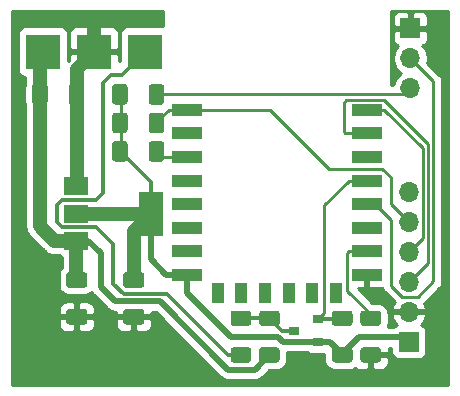
<source format=gbr>
%TF.GenerationSoftware,KiCad,Pcbnew,(5.1.9)-1*%
%TF.CreationDate,2021-10-08T16:41:08-07:00*%
%TF.ProjectId,LED-Controller-ESP-12F,4c45442d-436f-46e7-9472-6f6c6c65722d,A*%
%TF.SameCoordinates,Original*%
%TF.FileFunction,Copper,L1,Top*%
%TF.FilePolarity,Positive*%
%FSLAX46Y46*%
G04 Gerber Fmt 4.6, Leading zero omitted, Abs format (unit mm)*
G04 Created by KiCad (PCBNEW (5.1.9)-1) date 2021-10-08 16:41:08*
%MOMM*%
%LPD*%
G01*
G04 APERTURE LIST*
%TA.AperFunction,ComponentPad*%
%ADD10R,1.700000X1.700000*%
%TD*%
%TA.AperFunction,ComponentPad*%
%ADD11O,1.700000X1.700000*%
%TD*%
%TA.AperFunction,SMDPad,CuDef*%
%ADD12R,2.000000X1.500000*%
%TD*%
%TA.AperFunction,SMDPad,CuDef*%
%ADD13R,2.000000X3.800000*%
%TD*%
%TA.AperFunction,SMDPad,CuDef*%
%ADD14R,0.900000X0.800000*%
%TD*%
%TA.AperFunction,SMDPad,CuDef*%
%ADD15R,3.000000X3.000000*%
%TD*%
%TA.AperFunction,SMDPad,CuDef*%
%ADD16R,2.500000X1.000000*%
%TD*%
%TA.AperFunction,SMDPad,CuDef*%
%ADD17R,1.000000X1.800000*%
%TD*%
%TA.AperFunction,Conductor*%
%ADD18C,1.152000*%
%TD*%
%TA.AperFunction,Conductor*%
%ADD19C,0.250000*%
%TD*%
%TA.AperFunction,Conductor*%
%ADD20C,0.300387*%
%TD*%
%TA.AperFunction,Conductor*%
%ADD21C,0.500000*%
%TD*%
%TA.AperFunction,Conductor*%
%ADD22C,0.254000*%
%TD*%
%TA.AperFunction,Conductor*%
%ADD23C,0.100000*%
%TD*%
G04 APERTURE END LIST*
D10*
%TO.P,J1,1*%
%TO.N,+3V3*%
X139446000Y-128143000D03*
D11*
%TO.P,J1,2*%
%TO.N,GND*%
X139446000Y-125603000D03*
%TO.P,J1,3*%
%TO.N,/TX*%
X139446000Y-123063000D03*
%TO.P,J1,4*%
%TO.N,/RX*%
X139446000Y-120523000D03*
%TO.P,J1,5*%
%TO.N,/RTS*%
X139446000Y-117983000D03*
%TO.P,J1,6*%
%TO.N,Net-(J1-Pad6)*%
X139446000Y-115443000D03*
%TD*%
D10*
%TO.P,J2,1*%
%TO.N,GND*%
X139573000Y-101600000D03*
D11*
%TO.P,J2,2*%
%TO.N,Net-(J2-Pad2)*%
X139573000Y-104140000D03*
%TO.P,J2,3*%
%TO.N,Net-(J2-Pad3)*%
X139573000Y-106680000D03*
%TD*%
%TO.P,R7,2*%
%TO.N,Net-(J2-Pad3)*%
%TA.AperFunction,SMDPad,CuDef*%
G36*
G01*
X117420500Y-107813001D02*
X117420500Y-106562999D01*
G75*
G02*
X117670499Y-106313000I249999J0D01*
G01*
X118470501Y-106313000D01*
G75*
G02*
X118720500Y-106562999I0J-249999D01*
G01*
X118720500Y-107813001D01*
G75*
G02*
X118470501Y-108063000I-249999J0D01*
G01*
X117670499Y-108063000D01*
G75*
G02*
X117420500Y-107813001I0J249999D01*
G01*
G37*
%TD.AperFunction*%
%TO.P,R7,1*%
%TO.N,+3V3*%
%TA.AperFunction,SMDPad,CuDef*%
G36*
G01*
X114320500Y-107813001D02*
X114320500Y-106562999D01*
G75*
G02*
X114570499Y-106313000I249999J0D01*
G01*
X115370501Y-106313000D01*
G75*
G02*
X115620500Y-106562999I0J-249999D01*
G01*
X115620500Y-107813001D01*
G75*
G02*
X115370501Y-108063000I-249999J0D01*
G01*
X114570499Y-108063000D01*
G75*
G02*
X114320500Y-107813001I0J249999D01*
G01*
G37*
%TD.AperFunction*%
%TD*%
%TO.P,R6,2*%
%TO.N,GND*%
%TA.AperFunction,SMDPad,CuDef*%
G36*
G01*
X135582499Y-128598500D02*
X136832501Y-128598500D01*
G75*
G02*
X137082500Y-128848499I0J-249999D01*
G01*
X137082500Y-129648501D01*
G75*
G02*
X136832501Y-129898500I-249999J0D01*
G01*
X135582499Y-129898500D01*
G75*
G02*
X135332500Y-129648501I0J249999D01*
G01*
X135332500Y-128848499D01*
G75*
G02*
X135582499Y-128598500I249999J0D01*
G01*
G37*
%TD.AperFunction*%
%TO.P,R6,1*%
%TO.N,Net-(R6-Pad1)*%
%TA.AperFunction,SMDPad,CuDef*%
G36*
G01*
X135582499Y-125498500D02*
X136832501Y-125498500D01*
G75*
G02*
X137082500Y-125748499I0J-249999D01*
G01*
X137082500Y-126548501D01*
G75*
G02*
X136832501Y-126798500I-249999J0D01*
G01*
X135582499Y-126798500D01*
G75*
G02*
X135332500Y-126548501I0J249999D01*
G01*
X135332500Y-125748499D01*
G75*
G02*
X135582499Y-125498500I249999J0D01*
G01*
G37*
%TD.AperFunction*%
%TD*%
%TO.P,R5,2*%
%TO.N,Net-(Q1-Pad3)*%
%TA.AperFunction,SMDPad,CuDef*%
G36*
G01*
X125847001Y-126800500D02*
X124596999Y-126800500D01*
G75*
G02*
X124347000Y-126550501I0J249999D01*
G01*
X124347000Y-125750499D01*
G75*
G02*
X124596999Y-125500500I249999J0D01*
G01*
X125847001Y-125500500D01*
G75*
G02*
X126097000Y-125750499I0J-249999D01*
G01*
X126097000Y-126550501D01*
G75*
G02*
X125847001Y-126800500I-249999J0D01*
G01*
G37*
%TD.AperFunction*%
%TO.P,R5,1*%
%TO.N,Net-(R5-Pad1)*%
%TA.AperFunction,SMDPad,CuDef*%
G36*
G01*
X125847001Y-129900500D02*
X124596999Y-129900500D01*
G75*
G02*
X124347000Y-129650501I0J249999D01*
G01*
X124347000Y-128850499D01*
G75*
G02*
X124596999Y-128600500I249999J0D01*
G01*
X125847001Y-128600500D01*
G75*
G02*
X126097000Y-128850499I0J-249999D01*
G01*
X126097000Y-129650501D01*
G75*
G02*
X125847001Y-129900500I-249999J0D01*
G01*
G37*
%TD.AperFunction*%
%TD*%
%TO.P,R4,2*%
%TO.N,Net-(Q1-Pad3)*%
%TA.AperFunction,SMDPad,CuDef*%
G36*
G01*
X128260001Y-126800500D02*
X127009999Y-126800500D01*
G75*
G02*
X126760000Y-126550501I0J249999D01*
G01*
X126760000Y-125750499D01*
G75*
G02*
X127009999Y-125500500I249999J0D01*
G01*
X128260001Y-125500500D01*
G75*
G02*
X128510000Y-125750499I0J-249999D01*
G01*
X128510000Y-126550501D01*
G75*
G02*
X128260001Y-126800500I-249999J0D01*
G01*
G37*
%TD.AperFunction*%
%TO.P,R4,1*%
%TO.N,+5V*%
%TA.AperFunction,SMDPad,CuDef*%
G36*
G01*
X128260001Y-129900500D02*
X127009999Y-129900500D01*
G75*
G02*
X126760000Y-129650501I0J249999D01*
G01*
X126760000Y-128850499D01*
G75*
G02*
X127009999Y-128600500I249999J0D01*
G01*
X128260001Y-128600500D01*
G75*
G02*
X128510000Y-128850499I0J-249999D01*
G01*
X128510000Y-129650501D01*
G75*
G02*
X128260001Y-129900500I-249999J0D01*
G01*
G37*
%TD.AperFunction*%
%TD*%
%TO.P,R3,2*%
%TO.N,Net-(Q1-Pad2)*%
%TA.AperFunction,SMDPad,CuDef*%
G36*
G01*
X134419501Y-126800500D02*
X133169499Y-126800500D01*
G75*
G02*
X132919500Y-126550501I0J249999D01*
G01*
X132919500Y-125750499D01*
G75*
G02*
X133169499Y-125500500I249999J0D01*
G01*
X134419501Y-125500500D01*
G75*
G02*
X134669500Y-125750499I0J-249999D01*
G01*
X134669500Y-126550501D01*
G75*
G02*
X134419501Y-126800500I-249999J0D01*
G01*
G37*
%TD.AperFunction*%
%TO.P,R3,1*%
%TO.N,+3V3*%
%TA.AperFunction,SMDPad,CuDef*%
G36*
G01*
X134419501Y-129900500D02*
X133169499Y-129900500D01*
G75*
G02*
X132919500Y-129650501I0J249999D01*
G01*
X132919500Y-128850499D01*
G75*
G02*
X133169499Y-128600500I249999J0D01*
G01*
X134419501Y-128600500D01*
G75*
G02*
X134669500Y-128850499I0J-249999D01*
G01*
X134669500Y-129650501D01*
G75*
G02*
X134419501Y-129900500I-249999J0D01*
G01*
G37*
%TD.AperFunction*%
%TD*%
%TO.P,R2,2*%
%TO.N,/RTS*%
%TA.AperFunction,SMDPad,CuDef*%
G36*
G01*
X117420500Y-110226001D02*
X117420500Y-108975999D01*
G75*
G02*
X117670499Y-108726000I249999J0D01*
G01*
X118470501Y-108726000D01*
G75*
G02*
X118720500Y-108975999I0J-249999D01*
G01*
X118720500Y-110226001D01*
G75*
G02*
X118470501Y-110476000I-249999J0D01*
G01*
X117670499Y-110476000D01*
G75*
G02*
X117420500Y-110226001I0J249999D01*
G01*
G37*
%TD.AperFunction*%
%TO.P,R2,1*%
%TO.N,+3V3*%
%TA.AperFunction,SMDPad,CuDef*%
G36*
G01*
X114320500Y-110226001D02*
X114320500Y-108975999D01*
G75*
G02*
X114570499Y-108726000I249999J0D01*
G01*
X115370501Y-108726000D01*
G75*
G02*
X115620500Y-108975999I0J-249999D01*
G01*
X115620500Y-110226001D01*
G75*
G02*
X115370501Y-110476000I-249999J0D01*
G01*
X114570499Y-110476000D01*
G75*
G02*
X114320500Y-110226001I0J249999D01*
G01*
G37*
%TD.AperFunction*%
%TD*%
%TO.P,R1,2*%
%TO.N,Net-(R1-Pad2)*%
%TA.AperFunction,SMDPad,CuDef*%
G36*
G01*
X117420500Y-112639001D02*
X117420500Y-111388999D01*
G75*
G02*
X117670499Y-111139000I249999J0D01*
G01*
X118470501Y-111139000D01*
G75*
G02*
X118720500Y-111388999I0J-249999D01*
G01*
X118720500Y-112639001D01*
G75*
G02*
X118470501Y-112889000I-249999J0D01*
G01*
X117670499Y-112889000D01*
G75*
G02*
X117420500Y-112639001I0J249999D01*
G01*
G37*
%TD.AperFunction*%
%TO.P,R1,1*%
%TO.N,+3V3*%
%TA.AperFunction,SMDPad,CuDef*%
G36*
G01*
X114320500Y-112639001D02*
X114320500Y-111388999D01*
G75*
G02*
X114570499Y-111139000I249999J0D01*
G01*
X115370501Y-111139000D01*
G75*
G02*
X115620500Y-111388999I0J-249999D01*
G01*
X115620500Y-112639001D01*
G75*
G02*
X115370501Y-112889000I-249999J0D01*
G01*
X114570499Y-112889000D01*
G75*
G02*
X114320500Y-112639001I0J249999D01*
G01*
G37*
%TD.AperFunction*%
%TD*%
D12*
%TO.P,U1,1*%
%TO.N,GND*%
X111277000Y-114984500D03*
%TO.P,U1,3*%
%TO.N,+5V*%
X111277000Y-119584500D03*
%TO.P,U1,2*%
%TO.N,+3V3*%
X111277000Y-117284500D03*
D13*
X117577000Y-117284500D03*
%TD*%
%TO.P,C2,2*%
%TO.N,GND*%
%TA.AperFunction,SMDPad,CuDef*%
G36*
G01*
X115491498Y-125360000D02*
X116791502Y-125360000D01*
G75*
G02*
X117041500Y-125609998I0J-249998D01*
G01*
X117041500Y-126435002D01*
G75*
G02*
X116791502Y-126685000I-249998J0D01*
G01*
X115491498Y-126685000D01*
G75*
G02*
X115241500Y-126435002I0J249998D01*
G01*
X115241500Y-125609998D01*
G75*
G02*
X115491498Y-125360000I249998J0D01*
G01*
G37*
%TD.AperFunction*%
%TO.P,C2,1*%
%TO.N,+3V3*%
%TA.AperFunction,SMDPad,CuDef*%
G36*
G01*
X115491498Y-122235000D02*
X116791502Y-122235000D01*
G75*
G02*
X117041500Y-122484998I0J-249998D01*
G01*
X117041500Y-123310002D01*
G75*
G02*
X116791502Y-123560000I-249998J0D01*
G01*
X115491498Y-123560000D01*
G75*
G02*
X115241500Y-123310002I0J249998D01*
G01*
X115241500Y-122484998D01*
G75*
G02*
X115491498Y-122235000I249998J0D01*
G01*
G37*
%TD.AperFunction*%
%TD*%
%TO.P,C1,2*%
%TO.N,GND*%
%TA.AperFunction,SMDPad,CuDef*%
G36*
G01*
X110665498Y-125360000D02*
X111965502Y-125360000D01*
G75*
G02*
X112215500Y-125609998I0J-249998D01*
G01*
X112215500Y-126435002D01*
G75*
G02*
X111965502Y-126685000I-249998J0D01*
G01*
X110665498Y-126685000D01*
G75*
G02*
X110415500Y-126435002I0J249998D01*
G01*
X110415500Y-125609998D01*
G75*
G02*
X110665498Y-125360000I249998J0D01*
G01*
G37*
%TD.AperFunction*%
%TO.P,C1,1*%
%TO.N,+5V*%
%TA.AperFunction,SMDPad,CuDef*%
G36*
G01*
X110665498Y-122235000D02*
X111965502Y-122235000D01*
G75*
G02*
X112215500Y-122484998I0J-249998D01*
G01*
X112215500Y-123310002D01*
G75*
G02*
X111965502Y-123560000I-249998J0D01*
G01*
X110665498Y-123560000D01*
G75*
G02*
X110415500Y-123310002I0J249998D01*
G01*
X110415500Y-122484998D01*
G75*
G02*
X110665498Y-122235000I249998J0D01*
G01*
G37*
%TD.AperFunction*%
%TD*%
D14*
%TO.P,Q1,1*%
%TO.N,+3V3*%
X131746500Y-128140500D03*
%TO.P,Q1,2*%
%TO.N,Net-(Q1-Pad2)*%
X131746500Y-126240500D03*
%TO.P,Q1,3*%
%TO.N,Net-(Q1-Pad3)*%
X129746500Y-127190500D03*
%TD*%
D15*
%TO.P,TP1,1*%
%TO.N,+5V*%
X108458000Y-103568500D03*
%TD*%
%TO.P,TP2,1*%
%TO.N,GND*%
X112776000Y-103568500D03*
%TD*%
%TO.P,TP3,1*%
%TO.N,Net-(R5-Pad1)*%
X117094000Y-103568500D03*
%TD*%
D16*
%TO.P,U2,1*%
%TO.N,/RTS*%
X120664501Y-108483501D03*
%TO.P,U2,2*%
%TO.N,Net-(U2-Pad2)*%
X120664501Y-110483501D03*
%TO.P,U2,3*%
%TO.N,Net-(R1-Pad2)*%
X120664501Y-112483501D03*
%TO.P,U2,4*%
%TO.N,Net-(U2-Pad4)*%
X120664501Y-114483501D03*
%TO.P,U2,5*%
%TO.N,Net-(U2-Pad5)*%
X120664501Y-116483501D03*
%TO.P,U2,6*%
%TO.N,Net-(U2-Pad6)*%
X120664501Y-118483501D03*
%TO.P,U2,7*%
%TO.N,Net-(U2-Pad7)*%
X120664501Y-120483501D03*
%TO.P,U2,8*%
%TO.N,+3V3*%
X120664501Y-122483501D03*
D17*
%TO.P,U2,9*%
%TO.N,Net-(U2-Pad9)*%
X123264501Y-123983501D03*
%TO.P,U2,10*%
%TO.N,Net-(U2-Pad10)*%
X125264501Y-123983501D03*
%TO.P,U2,11*%
%TO.N,Net-(U2-Pad11)*%
X127264501Y-123983501D03*
%TO.P,U2,12*%
%TO.N,Net-(U2-Pad12)*%
X129264501Y-123983501D03*
%TO.P,U2,13*%
%TO.N,Net-(U2-Pad13)*%
X131264501Y-123983501D03*
%TO.P,U2,14*%
%TO.N,Net-(U2-Pad14)*%
X133264501Y-123983501D03*
D16*
%TO.P,U2,15*%
%TO.N,GND*%
X135864501Y-122483501D03*
%TO.P,U2,16*%
%TO.N,Net-(R6-Pad1)*%
X135864501Y-120483501D03*
%TO.P,U2,17*%
%TO.N,Net-(U2-Pad17)*%
X135864501Y-118483501D03*
%TO.P,U2,18*%
%TO.N,Net-(J2-Pad2)*%
X135864501Y-116483501D03*
%TO.P,U2,19*%
%TO.N,Net-(Q1-Pad2)*%
X135864501Y-114483501D03*
%TO.P,U2,20*%
%TO.N,Net-(U2-Pad20)*%
X135864501Y-112483501D03*
%TO.P,U2,21*%
%TO.N,/TX*%
X135864501Y-110483501D03*
%TO.P,U2,22*%
%TO.N,/RX*%
X135864501Y-108483501D03*
%TD*%
%TO.P,C3,1*%
%TO.N,+5V*%
%TA.AperFunction,SMDPad,CuDef*%
G36*
G01*
X107528000Y-107838001D02*
X107528000Y-106537999D01*
G75*
G02*
X107777999Y-106288000I249999J0D01*
G01*
X108603001Y-106288000D01*
G75*
G02*
X108853000Y-106537999I0J-249999D01*
G01*
X108853000Y-107838001D01*
G75*
G02*
X108603001Y-108088000I-249999J0D01*
G01*
X107777999Y-108088000D01*
G75*
G02*
X107528000Y-107838001I0J249999D01*
G01*
G37*
%TD.AperFunction*%
%TO.P,C3,2*%
%TO.N,GND*%
%TA.AperFunction,SMDPad,CuDef*%
G36*
G01*
X110653000Y-107838001D02*
X110653000Y-106537999D01*
G75*
G02*
X110902999Y-106288000I249999J0D01*
G01*
X111728001Y-106288000D01*
G75*
G02*
X111978000Y-106537999I0J-249999D01*
G01*
X111978000Y-107838001D01*
G75*
G02*
X111728001Y-108088000I-249999J0D01*
G01*
X110902999Y-108088000D01*
G75*
G02*
X110653000Y-107838001I0J249999D01*
G01*
G37*
%TD.AperFunction*%
%TD*%
D18*
%TO.N,GND*%
X111315500Y-105029000D02*
X112776000Y-103568500D01*
X111315500Y-107188000D02*
X111315500Y-105029000D01*
X111315500Y-114946000D02*
X111277000Y-114984500D01*
X111315500Y-107188000D02*
X111315500Y-114946000D01*
X112776000Y-103568500D02*
X112776000Y-100901500D01*
D19*
%TO.N,/TX*%
X141071010Y-111355008D02*
X141071010Y-121437990D01*
X137374502Y-107658500D02*
X141071010Y-111355008D01*
X134149500Y-107658500D02*
X137374502Y-107658500D01*
X133921500Y-107886500D02*
X134149500Y-107658500D01*
X133921500Y-110350002D02*
X133921500Y-107886500D01*
X141071010Y-121437990D02*
X139446000Y-123063000D01*
X134054999Y-110483501D02*
X133921500Y-110350002D01*
X135864501Y-110483501D02*
X134054999Y-110483501D01*
%TO.N,/RX*%
X140621001Y-119347999D02*
X139446000Y-120523000D01*
X140621001Y-111740001D02*
X140621001Y-119347999D01*
X137364501Y-108483501D02*
X140621001Y-111740001D01*
X135864501Y-108483501D02*
X137364501Y-108483501D01*
%TO.N,/RTS*%
X119100499Y-108483501D02*
X117983000Y-109601000D01*
X120664501Y-108483501D02*
X119100499Y-108483501D01*
X120664501Y-108483501D02*
X127660501Y-108483501D01*
X127660501Y-108483501D02*
X132651500Y-113474500D01*
X137190502Y-113474500D02*
X137922000Y-114205998D01*
X132651500Y-113474500D02*
X137190502Y-113474500D01*
X137922000Y-116459000D02*
X139446000Y-117983000D01*
X137922000Y-114205998D02*
X137922000Y-116459000D01*
%TO.N,Net-(J2-Pad2)*%
X141521019Y-123019981D02*
X141521019Y-106088019D01*
X141521019Y-106088019D02*
X139573000Y-104140000D01*
X137922000Y-117791000D02*
X137922000Y-123380500D01*
X136614501Y-116483501D02*
X137922000Y-117791000D01*
X135864501Y-116483501D02*
X136614501Y-116483501D01*
X140208000Y-124333000D02*
X141521019Y-123019981D01*
X138874500Y-124333000D02*
X140208000Y-124333000D01*
X137922000Y-123380500D02*
X138874500Y-124333000D01*
%TO.N,Net-(J2-Pad3)*%
X139065000Y-107188000D02*
X139573000Y-106680000D01*
X117983000Y-107188000D02*
X139065000Y-107188000D01*
D20*
%TO.N,Net-(Q1-Pad2)*%
X133704500Y-126240500D02*
X133794500Y-126150500D01*
X131746500Y-126240500D02*
X133704500Y-126240500D01*
D19*
X134364501Y-114483501D02*
X132270500Y-116577502D01*
X135864501Y-114483501D02*
X134364501Y-114483501D01*
X132270500Y-125716500D02*
X131746500Y-126240500D01*
X132270500Y-116577502D02*
X132270500Y-125716500D01*
D20*
%TO.N,Net-(Q1-Pad3)*%
X128675000Y-127190500D02*
X127635000Y-126150500D01*
X129746500Y-127190500D02*
X128675000Y-127190500D01*
X127635000Y-126150500D02*
X125222000Y-126150500D01*
D19*
%TO.N,Net-(R1-Pad2)*%
X118452501Y-112483501D02*
X117983000Y-112014000D01*
X120664501Y-112483501D02*
X118452501Y-112483501D01*
D20*
%TO.N,Net-(R5-Pad1)*%
X115284250Y-124110750D02*
X118967250Y-124110750D01*
X118967250Y-124110750D02*
X124107000Y-129250500D01*
X117094000Y-103568500D02*
X115143999Y-105518501D01*
X112966500Y-116141500D02*
X110039648Y-116141500D01*
X113538000Y-106235500D02*
X113538000Y-115570000D01*
X113538000Y-115570000D02*
X112966500Y-116141500D01*
X124107000Y-129250500D02*
X125222000Y-129250500D01*
X115143999Y-105518501D02*
X114254999Y-105518501D01*
X110039648Y-116141500D02*
X109664500Y-116516648D01*
X114254999Y-105518501D02*
X113538000Y-106235500D01*
X109664500Y-116516648D02*
X109664500Y-118010872D01*
X112966500Y-118427500D02*
X114427000Y-119888000D01*
X109664500Y-118010872D02*
X110081128Y-118427500D01*
X110081128Y-118427500D02*
X112966500Y-118427500D01*
X114427000Y-119888000D02*
X114427000Y-123253500D01*
X114427000Y-123253500D02*
X115284250Y-124110750D01*
D19*
%TO.N,Net-(R6-Pad1)*%
X136207500Y-126148500D02*
X136207500Y-125793500D01*
X136207500Y-125793500D02*
X134239000Y-123825000D01*
X134364501Y-120483501D02*
X135864501Y-120483501D01*
X134239000Y-120609002D02*
X134364501Y-120483501D01*
X134239000Y-123825000D02*
X134239000Y-120609002D01*
D18*
%TO.N,+5V*%
X108190500Y-107632500D02*
X108190500Y-103836000D01*
X108190500Y-107632500D02*
X108190500Y-118350500D01*
X109424500Y-119584500D02*
X111277000Y-119584500D01*
X108190500Y-118350500D02*
X109424500Y-119584500D01*
X111277000Y-122859000D02*
X111315500Y-122897500D01*
X111277000Y-119584500D02*
X111277000Y-122859000D01*
D21*
X126393000Y-130492500D02*
X127635000Y-129250500D01*
X124142500Y-130492500D02*
X126393000Y-130492500D01*
X118360953Y-124710953D02*
X124142500Y-130492500D01*
X114550953Y-124710953D02*
X118360953Y-124710953D01*
X113347500Y-123507500D02*
X114550953Y-124710953D01*
X113347500Y-120650000D02*
X113347500Y-123507500D01*
X112282000Y-119584500D02*
X113347500Y-120650000D01*
X111277000Y-119584500D02*
X112282000Y-119584500D01*
D19*
%TO.N,+3V3*%
X115058000Y-112014000D02*
X115058000Y-109601000D01*
X115058000Y-109601000D02*
X115058000Y-107188000D01*
D21*
X132772000Y-128140500D02*
X133794500Y-129163000D01*
X131746500Y-128140500D02*
X132772000Y-128140500D01*
D18*
X117577000Y-117284500D02*
X111277000Y-117284500D01*
X116141500Y-118720000D02*
X117577000Y-117284500D01*
X116141500Y-122897500D02*
X116141500Y-118720000D01*
D21*
X118914501Y-122483501D02*
X120664501Y-122483501D01*
X117577000Y-121146000D02*
X118914501Y-122483501D01*
X117577000Y-117284500D02*
X117577000Y-121146000D01*
D20*
X117577000Y-114620500D02*
X114970500Y-112014000D01*
X117577000Y-117284500D02*
X117577000Y-114620500D01*
D21*
X120664501Y-123966501D02*
X120664501Y-122483501D01*
X124396500Y-127698500D02*
X120664501Y-123966501D01*
X128333500Y-127698500D02*
X124396500Y-127698500D01*
X128775500Y-128140500D02*
X128333500Y-127698500D01*
X131746500Y-128140500D02*
X128775500Y-128140500D01*
X133794500Y-129250500D02*
X133794500Y-129159000D01*
X133794500Y-129159000D02*
X135191500Y-127762000D01*
X139065000Y-127762000D02*
X139446000Y-128143000D01*
X135191500Y-127762000D02*
X139065000Y-127762000D01*
%TD*%
D22*
%TO.N,GND*%
X118618000Y-101432792D02*
X118594000Y-101430428D01*
X115594000Y-101430428D01*
X115469518Y-101442688D01*
X115349820Y-101478998D01*
X115239506Y-101537963D01*
X115142815Y-101617315D01*
X115063463Y-101714006D01*
X115004498Y-101824320D01*
X114968188Y-101944018D01*
X114955928Y-102068500D01*
X114955928Y-104394000D01*
X114912366Y-104394000D01*
X114911000Y-103854250D01*
X114752250Y-103695500D01*
X112903000Y-103695500D01*
X112903000Y-103715500D01*
X112649000Y-103715500D01*
X112649000Y-103695500D01*
X110799750Y-103695500D01*
X110641000Y-103854250D01*
X110639634Y-104394000D01*
X110596072Y-104394000D01*
X110596072Y-102068500D01*
X110637928Y-102068500D01*
X110641000Y-103282750D01*
X110799750Y-103441500D01*
X112649000Y-103441500D01*
X112649000Y-101592250D01*
X112903000Y-101592250D01*
X112903000Y-103441500D01*
X114752250Y-103441500D01*
X114911000Y-103282750D01*
X114914072Y-102068500D01*
X114901812Y-101944018D01*
X114865502Y-101824320D01*
X114806537Y-101714006D01*
X114727185Y-101617315D01*
X114630494Y-101537963D01*
X114520180Y-101478998D01*
X114400482Y-101442688D01*
X114276000Y-101430428D01*
X113061750Y-101433500D01*
X112903000Y-101592250D01*
X112649000Y-101592250D01*
X112490250Y-101433500D01*
X111276000Y-101430428D01*
X111151518Y-101442688D01*
X111031820Y-101478998D01*
X110921506Y-101537963D01*
X110824815Y-101617315D01*
X110745463Y-101714006D01*
X110686498Y-101824320D01*
X110650188Y-101944018D01*
X110637928Y-102068500D01*
X110596072Y-102068500D01*
X110583812Y-101944018D01*
X110547502Y-101824320D01*
X110488537Y-101714006D01*
X110409185Y-101617315D01*
X110312494Y-101537963D01*
X110202180Y-101478998D01*
X110082482Y-101442688D01*
X109958000Y-101430428D01*
X106958000Y-101430428D01*
X106833518Y-101442688D01*
X106713820Y-101478998D01*
X106603506Y-101537963D01*
X106506815Y-101617315D01*
X106427463Y-101714006D01*
X106368498Y-101824320D01*
X106332188Y-101944018D01*
X106319928Y-102068500D01*
X106319928Y-105068500D01*
X106332188Y-105192982D01*
X106368498Y-105312680D01*
X106427463Y-105422994D01*
X106506815Y-105519685D01*
X106603506Y-105599037D01*
X106713820Y-105658002D01*
X106833518Y-105694312D01*
X106958000Y-105706572D01*
X106979501Y-105706572D01*
X106979500Y-106157042D01*
X106957528Y-106198149D01*
X106906992Y-106364745D01*
X106889928Y-106537999D01*
X106889928Y-107838001D01*
X106906992Y-108011255D01*
X106957528Y-108177851D01*
X106979500Y-108218958D01*
X106979501Y-118291012D01*
X106973642Y-118350500D01*
X106997023Y-118587896D01*
X107066269Y-118816171D01*
X107081726Y-118845089D01*
X107178720Y-119026551D01*
X107202686Y-119055753D01*
X107292131Y-119164743D01*
X107292134Y-119164746D01*
X107330052Y-119210949D01*
X107376254Y-119248866D01*
X108526133Y-120398746D01*
X108564051Y-120444949D01*
X108610254Y-120482867D01*
X108610256Y-120482869D01*
X108718459Y-120571669D01*
X108748449Y-120596281D01*
X108958828Y-120708731D01*
X109187103Y-120777977D01*
X109365014Y-120795500D01*
X109365021Y-120795500D01*
X109424500Y-120801358D01*
X109483979Y-120795500D01*
X109837775Y-120795500D01*
X109922506Y-120865037D01*
X110032820Y-120924002D01*
X110066000Y-120934067D01*
X110066001Y-121833679D01*
X110037538Y-121857038D01*
X109927095Y-121991613D01*
X109845028Y-122145148D01*
X109794492Y-122311744D01*
X109777428Y-122484998D01*
X109777428Y-123310002D01*
X109794492Y-123483256D01*
X109845028Y-123649852D01*
X109927095Y-123803387D01*
X110037538Y-123937962D01*
X110172113Y-124048405D01*
X110325648Y-124130472D01*
X110492244Y-124181008D01*
X110665498Y-124198072D01*
X111965502Y-124198072D01*
X112138756Y-124181008D01*
X112305352Y-124130472D01*
X112458887Y-124048405D01*
X112580002Y-123949009D01*
X112608090Y-124001559D01*
X112690968Y-124102546D01*
X112690971Y-124102549D01*
X112718684Y-124136317D01*
X112752451Y-124164029D01*
X113894423Y-125306002D01*
X113922136Y-125339770D01*
X113955904Y-125367483D01*
X113955906Y-125367485D01*
X114056894Y-125450364D01*
X114210639Y-125532542D01*
X114325925Y-125567514D01*
X114377463Y-125583148D01*
X114507476Y-125595953D01*
X114507484Y-125595953D01*
X114550953Y-125600234D01*
X114594422Y-125595953D01*
X114605352Y-125595953D01*
X114606500Y-125736750D01*
X114765250Y-125895500D01*
X116014500Y-125895500D01*
X116014500Y-125875500D01*
X116268500Y-125875500D01*
X116268500Y-125895500D01*
X117517750Y-125895500D01*
X117676500Y-125736750D01*
X117677648Y-125595953D01*
X117994375Y-125595953D01*
X123485970Y-131087549D01*
X123513683Y-131121317D01*
X123547451Y-131149030D01*
X123547453Y-131149032D01*
X123618952Y-131207710D01*
X123648441Y-131231911D01*
X123802187Y-131314089D01*
X123969010Y-131364695D01*
X124099023Y-131377500D01*
X124099033Y-131377500D01*
X124142499Y-131381781D01*
X124185965Y-131377500D01*
X126349531Y-131377500D01*
X126393000Y-131381781D01*
X126436469Y-131377500D01*
X126436477Y-131377500D01*
X126566490Y-131364695D01*
X126733313Y-131314089D01*
X126887059Y-131231911D01*
X127021817Y-131121317D01*
X127049534Y-131087544D01*
X127598506Y-130538572D01*
X128260001Y-130538572D01*
X128433255Y-130521508D01*
X128599851Y-130470972D01*
X128753387Y-130388905D01*
X128887962Y-130278462D01*
X128998405Y-130143887D01*
X129080472Y-129990351D01*
X129131008Y-129823755D01*
X129148072Y-129650501D01*
X129148072Y-129025500D01*
X130886519Y-129025500D01*
X130942006Y-129071037D01*
X131052320Y-129130002D01*
X131172018Y-129166312D01*
X131296500Y-129178572D01*
X132196500Y-129178572D01*
X132281428Y-129170208D01*
X132281428Y-129650501D01*
X132298492Y-129823755D01*
X132349028Y-129990351D01*
X132431095Y-130143887D01*
X132541538Y-130278462D01*
X132676113Y-130388905D01*
X132829649Y-130470972D01*
X132996245Y-130521508D01*
X133169499Y-130538572D01*
X134419501Y-130538572D01*
X134592755Y-130521508D01*
X134759351Y-130470972D01*
X134912887Y-130388905D01*
X134920996Y-130382250D01*
X134978006Y-130429037D01*
X135088320Y-130488002D01*
X135208018Y-130524312D01*
X135332500Y-130536572D01*
X135921750Y-130533500D01*
X136080500Y-130374750D01*
X136080500Y-129375500D01*
X136334500Y-129375500D01*
X136334500Y-130374750D01*
X136493250Y-130533500D01*
X137082500Y-130536572D01*
X137206982Y-130524312D01*
X137326680Y-130488002D01*
X137436994Y-130429037D01*
X137533685Y-130349685D01*
X137613037Y-130252994D01*
X137672002Y-130142680D01*
X137708312Y-130022982D01*
X137720572Y-129898500D01*
X137717500Y-129534250D01*
X137558750Y-129375500D01*
X136334500Y-129375500D01*
X136080500Y-129375500D01*
X136060500Y-129375500D01*
X136060500Y-129121500D01*
X136080500Y-129121500D01*
X136080500Y-129101500D01*
X136334500Y-129101500D01*
X136334500Y-129121500D01*
X137558750Y-129121500D01*
X137717500Y-128962750D01*
X137720163Y-128647000D01*
X137957928Y-128647000D01*
X137957928Y-128993000D01*
X137970188Y-129117482D01*
X138006498Y-129237180D01*
X138065463Y-129347494D01*
X138144815Y-129444185D01*
X138241506Y-129523537D01*
X138351820Y-129582502D01*
X138471518Y-129618812D01*
X138596000Y-129631072D01*
X140296000Y-129631072D01*
X140420482Y-129618812D01*
X140540180Y-129582502D01*
X140650494Y-129523537D01*
X140747185Y-129444185D01*
X140826537Y-129347494D01*
X140885502Y-129237180D01*
X140921812Y-129117482D01*
X140934072Y-128993000D01*
X140934072Y-127293000D01*
X140921812Y-127168518D01*
X140885502Y-127048820D01*
X140826537Y-126938506D01*
X140747185Y-126841815D01*
X140650494Y-126762463D01*
X140540180Y-126703498D01*
X140459534Y-126679034D01*
X140543588Y-126603269D01*
X140717641Y-126369920D01*
X140842825Y-126107099D01*
X140887476Y-125959890D01*
X140766155Y-125730000D01*
X139573000Y-125730000D01*
X139573000Y-125750000D01*
X139319000Y-125750000D01*
X139319000Y-125730000D01*
X138125845Y-125730000D01*
X138004524Y-125959890D01*
X138049175Y-126107099D01*
X138174359Y-126369920D01*
X138348412Y-126603269D01*
X138432466Y-126679034D01*
X138351820Y-126703498D01*
X138241506Y-126762463D01*
X138144815Y-126841815D01*
X138115940Y-126877000D01*
X137656415Y-126877000D01*
X137703508Y-126721755D01*
X137720572Y-126548501D01*
X137720572Y-125748499D01*
X137703508Y-125575245D01*
X137652972Y-125408649D01*
X137570905Y-125255113D01*
X137460462Y-125120538D01*
X137325887Y-125010095D01*
X137172351Y-124928028D01*
X137005755Y-124877492D01*
X136832501Y-124860428D01*
X136349231Y-124860428D01*
X135108800Y-123619998D01*
X135578751Y-123618501D01*
X135737501Y-123459751D01*
X135737501Y-122610501D01*
X135717501Y-122610501D01*
X135717501Y-122356501D01*
X135737501Y-122356501D01*
X135737501Y-122336501D01*
X135991501Y-122336501D01*
X135991501Y-122356501D01*
X136011501Y-122356501D01*
X136011501Y-122610501D01*
X135991501Y-122610501D01*
X135991501Y-123459751D01*
X136150251Y-123618501D01*
X137114501Y-123621573D01*
X137198424Y-123613308D01*
X137216454Y-123672746D01*
X137287026Y-123804776D01*
X137356447Y-123889365D01*
X137382000Y-123920501D01*
X137410998Y-123944299D01*
X138229223Y-124762525D01*
X138174359Y-124836080D01*
X138049175Y-125098901D01*
X138004524Y-125246110D01*
X138125845Y-125476000D01*
X139319000Y-125476000D01*
X139319000Y-125456000D01*
X139573000Y-125456000D01*
X139573000Y-125476000D01*
X140766155Y-125476000D01*
X140887476Y-125246110D01*
X140842825Y-125098901D01*
X140738817Y-124880538D01*
X140748001Y-124873001D01*
X140771804Y-124843997D01*
X142032023Y-123583779D01*
X142061020Y-123559982D01*
X142155993Y-123444257D01*
X142226565Y-123312228D01*
X142270022Y-123168967D01*
X142281019Y-123057314D01*
X142281019Y-123057305D01*
X142284695Y-123019982D01*
X142281019Y-122982659D01*
X142281019Y-106125342D01*
X142284695Y-106088019D01*
X142281019Y-106050696D01*
X142281019Y-106050686D01*
X142270022Y-105939033D01*
X142226565Y-105795772D01*
X142177244Y-105703500D01*
X142155993Y-105663742D01*
X142084818Y-105577016D01*
X142061020Y-105548018D01*
X142032022Y-105524220D01*
X141014209Y-104506408D01*
X141058000Y-104286260D01*
X141058000Y-103993740D01*
X141000932Y-103706842D01*
X140888990Y-103436589D01*
X140726475Y-103193368D01*
X140594620Y-103061513D01*
X140667180Y-103039502D01*
X140777494Y-102980537D01*
X140874185Y-102901185D01*
X140953537Y-102804494D01*
X141012502Y-102694180D01*
X141048812Y-102574482D01*
X141061072Y-102450000D01*
X141058000Y-101885750D01*
X140899250Y-101727000D01*
X139700000Y-101727000D01*
X139700000Y-101747000D01*
X139446000Y-101747000D01*
X139446000Y-101727000D01*
X138246750Y-101727000D01*
X138088000Y-101885750D01*
X138084928Y-102450000D01*
X138097188Y-102574482D01*
X138133498Y-102694180D01*
X138192463Y-102804494D01*
X138271815Y-102901185D01*
X138368506Y-102980537D01*
X138478820Y-103039502D01*
X138551380Y-103061513D01*
X138419525Y-103193368D01*
X138257010Y-103436589D01*
X138145068Y-103706842D01*
X138088000Y-103993740D01*
X138088000Y-104286260D01*
X138145068Y-104573158D01*
X138257010Y-104843411D01*
X138419525Y-105086632D01*
X138626368Y-105293475D01*
X138800760Y-105410000D01*
X138626368Y-105526525D01*
X138419525Y-105733368D01*
X138257010Y-105976589D01*
X138145068Y-106246842D01*
X138109033Y-106428000D01*
X137922000Y-106428000D01*
X137922000Y-100750000D01*
X138084928Y-100750000D01*
X138088000Y-101314250D01*
X138246750Y-101473000D01*
X139446000Y-101473000D01*
X139446000Y-100273750D01*
X139700000Y-100273750D01*
X139700000Y-101473000D01*
X140899250Y-101473000D01*
X141058000Y-101314250D01*
X141061072Y-100750000D01*
X141048812Y-100625518D01*
X141012502Y-100505820D01*
X140953537Y-100395506D01*
X140874185Y-100298815D01*
X140777494Y-100219463D01*
X140667180Y-100160498D01*
X140547482Y-100124188D01*
X140423000Y-100111928D01*
X139858750Y-100115000D01*
X139700000Y-100273750D01*
X139446000Y-100273750D01*
X139287250Y-100115000D01*
X138723000Y-100111928D01*
X138598518Y-100124188D01*
X138478820Y-100160498D01*
X138368506Y-100219463D01*
X138271815Y-100298815D01*
X138192463Y-100395506D01*
X138133498Y-100505820D01*
X138097188Y-100625518D01*
X138084928Y-100750000D01*
X137922000Y-100750000D01*
X137922000Y-100101000D01*
X142723001Y-100101000D01*
X142723000Y-131801000D01*
X105879500Y-131801000D01*
X105879500Y-126685000D01*
X109777428Y-126685000D01*
X109789688Y-126809482D01*
X109825998Y-126929180D01*
X109884963Y-127039494D01*
X109964315Y-127136185D01*
X110061006Y-127215537D01*
X110171320Y-127274502D01*
X110291018Y-127310812D01*
X110415500Y-127323072D01*
X111029750Y-127320000D01*
X111188500Y-127161250D01*
X111188500Y-126149500D01*
X111442500Y-126149500D01*
X111442500Y-127161250D01*
X111601250Y-127320000D01*
X112215500Y-127323072D01*
X112339982Y-127310812D01*
X112459680Y-127274502D01*
X112569994Y-127215537D01*
X112666685Y-127136185D01*
X112746037Y-127039494D01*
X112805002Y-126929180D01*
X112841312Y-126809482D01*
X112853572Y-126685000D01*
X114603428Y-126685000D01*
X114615688Y-126809482D01*
X114651998Y-126929180D01*
X114710963Y-127039494D01*
X114790315Y-127136185D01*
X114887006Y-127215537D01*
X114997320Y-127274502D01*
X115117018Y-127310812D01*
X115241500Y-127323072D01*
X115855750Y-127320000D01*
X116014500Y-127161250D01*
X116014500Y-126149500D01*
X116268500Y-126149500D01*
X116268500Y-127161250D01*
X116427250Y-127320000D01*
X117041500Y-127323072D01*
X117165982Y-127310812D01*
X117285680Y-127274502D01*
X117395994Y-127215537D01*
X117492685Y-127136185D01*
X117572037Y-127039494D01*
X117631002Y-126929180D01*
X117667312Y-126809482D01*
X117679572Y-126685000D01*
X117676500Y-126308250D01*
X117517750Y-126149500D01*
X116268500Y-126149500D01*
X116014500Y-126149500D01*
X114765250Y-126149500D01*
X114606500Y-126308250D01*
X114603428Y-126685000D01*
X112853572Y-126685000D01*
X112850500Y-126308250D01*
X112691750Y-126149500D01*
X111442500Y-126149500D01*
X111188500Y-126149500D01*
X109939250Y-126149500D01*
X109780500Y-126308250D01*
X109777428Y-126685000D01*
X105879500Y-126685000D01*
X105879500Y-125360000D01*
X109777428Y-125360000D01*
X109780500Y-125736750D01*
X109939250Y-125895500D01*
X111188500Y-125895500D01*
X111188500Y-124883750D01*
X111442500Y-124883750D01*
X111442500Y-125895500D01*
X112691750Y-125895500D01*
X112850500Y-125736750D01*
X112853572Y-125360000D01*
X112841312Y-125235518D01*
X112805002Y-125115820D01*
X112746037Y-125005506D01*
X112666685Y-124908815D01*
X112569994Y-124829463D01*
X112459680Y-124770498D01*
X112339982Y-124734188D01*
X112215500Y-124721928D01*
X111601250Y-124725000D01*
X111442500Y-124883750D01*
X111188500Y-124883750D01*
X111029750Y-124725000D01*
X110415500Y-124721928D01*
X110291018Y-124734188D01*
X110171320Y-124770498D01*
X110061006Y-124829463D01*
X109964315Y-124908815D01*
X109884963Y-125005506D01*
X109825998Y-125115820D01*
X109789688Y-125235518D01*
X109777428Y-125360000D01*
X105879500Y-125360000D01*
X105879500Y-100101000D01*
X118618000Y-100101000D01*
X118618000Y-101432792D01*
%TA.AperFunction,Conductor*%
D23*
G36*
X118618000Y-101432792D02*
G01*
X118594000Y-101430428D01*
X115594000Y-101430428D01*
X115469518Y-101442688D01*
X115349820Y-101478998D01*
X115239506Y-101537963D01*
X115142815Y-101617315D01*
X115063463Y-101714006D01*
X115004498Y-101824320D01*
X114968188Y-101944018D01*
X114955928Y-102068500D01*
X114955928Y-104394000D01*
X114912366Y-104394000D01*
X114911000Y-103854250D01*
X114752250Y-103695500D01*
X112903000Y-103695500D01*
X112903000Y-103715500D01*
X112649000Y-103715500D01*
X112649000Y-103695500D01*
X110799750Y-103695500D01*
X110641000Y-103854250D01*
X110639634Y-104394000D01*
X110596072Y-104394000D01*
X110596072Y-102068500D01*
X110637928Y-102068500D01*
X110641000Y-103282750D01*
X110799750Y-103441500D01*
X112649000Y-103441500D01*
X112649000Y-101592250D01*
X112903000Y-101592250D01*
X112903000Y-103441500D01*
X114752250Y-103441500D01*
X114911000Y-103282750D01*
X114914072Y-102068500D01*
X114901812Y-101944018D01*
X114865502Y-101824320D01*
X114806537Y-101714006D01*
X114727185Y-101617315D01*
X114630494Y-101537963D01*
X114520180Y-101478998D01*
X114400482Y-101442688D01*
X114276000Y-101430428D01*
X113061750Y-101433500D01*
X112903000Y-101592250D01*
X112649000Y-101592250D01*
X112490250Y-101433500D01*
X111276000Y-101430428D01*
X111151518Y-101442688D01*
X111031820Y-101478998D01*
X110921506Y-101537963D01*
X110824815Y-101617315D01*
X110745463Y-101714006D01*
X110686498Y-101824320D01*
X110650188Y-101944018D01*
X110637928Y-102068500D01*
X110596072Y-102068500D01*
X110583812Y-101944018D01*
X110547502Y-101824320D01*
X110488537Y-101714006D01*
X110409185Y-101617315D01*
X110312494Y-101537963D01*
X110202180Y-101478998D01*
X110082482Y-101442688D01*
X109958000Y-101430428D01*
X106958000Y-101430428D01*
X106833518Y-101442688D01*
X106713820Y-101478998D01*
X106603506Y-101537963D01*
X106506815Y-101617315D01*
X106427463Y-101714006D01*
X106368498Y-101824320D01*
X106332188Y-101944018D01*
X106319928Y-102068500D01*
X106319928Y-105068500D01*
X106332188Y-105192982D01*
X106368498Y-105312680D01*
X106427463Y-105422994D01*
X106506815Y-105519685D01*
X106603506Y-105599037D01*
X106713820Y-105658002D01*
X106833518Y-105694312D01*
X106958000Y-105706572D01*
X106979501Y-105706572D01*
X106979500Y-106157042D01*
X106957528Y-106198149D01*
X106906992Y-106364745D01*
X106889928Y-106537999D01*
X106889928Y-107838001D01*
X106906992Y-108011255D01*
X106957528Y-108177851D01*
X106979500Y-108218958D01*
X106979501Y-118291012D01*
X106973642Y-118350500D01*
X106997023Y-118587896D01*
X107066269Y-118816171D01*
X107081726Y-118845089D01*
X107178720Y-119026551D01*
X107202686Y-119055753D01*
X107292131Y-119164743D01*
X107292134Y-119164746D01*
X107330052Y-119210949D01*
X107376254Y-119248866D01*
X108526133Y-120398746D01*
X108564051Y-120444949D01*
X108610254Y-120482867D01*
X108610256Y-120482869D01*
X108718459Y-120571669D01*
X108748449Y-120596281D01*
X108958828Y-120708731D01*
X109187103Y-120777977D01*
X109365014Y-120795500D01*
X109365021Y-120795500D01*
X109424500Y-120801358D01*
X109483979Y-120795500D01*
X109837775Y-120795500D01*
X109922506Y-120865037D01*
X110032820Y-120924002D01*
X110066000Y-120934067D01*
X110066001Y-121833679D01*
X110037538Y-121857038D01*
X109927095Y-121991613D01*
X109845028Y-122145148D01*
X109794492Y-122311744D01*
X109777428Y-122484998D01*
X109777428Y-123310002D01*
X109794492Y-123483256D01*
X109845028Y-123649852D01*
X109927095Y-123803387D01*
X110037538Y-123937962D01*
X110172113Y-124048405D01*
X110325648Y-124130472D01*
X110492244Y-124181008D01*
X110665498Y-124198072D01*
X111965502Y-124198072D01*
X112138756Y-124181008D01*
X112305352Y-124130472D01*
X112458887Y-124048405D01*
X112580002Y-123949009D01*
X112608090Y-124001559D01*
X112690968Y-124102546D01*
X112690971Y-124102549D01*
X112718684Y-124136317D01*
X112752451Y-124164029D01*
X113894423Y-125306002D01*
X113922136Y-125339770D01*
X113955904Y-125367483D01*
X113955906Y-125367485D01*
X114056894Y-125450364D01*
X114210639Y-125532542D01*
X114325925Y-125567514D01*
X114377463Y-125583148D01*
X114507476Y-125595953D01*
X114507484Y-125595953D01*
X114550953Y-125600234D01*
X114594422Y-125595953D01*
X114605352Y-125595953D01*
X114606500Y-125736750D01*
X114765250Y-125895500D01*
X116014500Y-125895500D01*
X116014500Y-125875500D01*
X116268500Y-125875500D01*
X116268500Y-125895500D01*
X117517750Y-125895500D01*
X117676500Y-125736750D01*
X117677648Y-125595953D01*
X117994375Y-125595953D01*
X123485970Y-131087549D01*
X123513683Y-131121317D01*
X123547451Y-131149030D01*
X123547453Y-131149032D01*
X123618952Y-131207710D01*
X123648441Y-131231911D01*
X123802187Y-131314089D01*
X123969010Y-131364695D01*
X124099023Y-131377500D01*
X124099033Y-131377500D01*
X124142499Y-131381781D01*
X124185965Y-131377500D01*
X126349531Y-131377500D01*
X126393000Y-131381781D01*
X126436469Y-131377500D01*
X126436477Y-131377500D01*
X126566490Y-131364695D01*
X126733313Y-131314089D01*
X126887059Y-131231911D01*
X127021817Y-131121317D01*
X127049534Y-131087544D01*
X127598506Y-130538572D01*
X128260001Y-130538572D01*
X128433255Y-130521508D01*
X128599851Y-130470972D01*
X128753387Y-130388905D01*
X128887962Y-130278462D01*
X128998405Y-130143887D01*
X129080472Y-129990351D01*
X129131008Y-129823755D01*
X129148072Y-129650501D01*
X129148072Y-129025500D01*
X130886519Y-129025500D01*
X130942006Y-129071037D01*
X131052320Y-129130002D01*
X131172018Y-129166312D01*
X131296500Y-129178572D01*
X132196500Y-129178572D01*
X132281428Y-129170208D01*
X132281428Y-129650501D01*
X132298492Y-129823755D01*
X132349028Y-129990351D01*
X132431095Y-130143887D01*
X132541538Y-130278462D01*
X132676113Y-130388905D01*
X132829649Y-130470972D01*
X132996245Y-130521508D01*
X133169499Y-130538572D01*
X134419501Y-130538572D01*
X134592755Y-130521508D01*
X134759351Y-130470972D01*
X134912887Y-130388905D01*
X134920996Y-130382250D01*
X134978006Y-130429037D01*
X135088320Y-130488002D01*
X135208018Y-130524312D01*
X135332500Y-130536572D01*
X135921750Y-130533500D01*
X136080500Y-130374750D01*
X136080500Y-129375500D01*
X136334500Y-129375500D01*
X136334500Y-130374750D01*
X136493250Y-130533500D01*
X137082500Y-130536572D01*
X137206982Y-130524312D01*
X137326680Y-130488002D01*
X137436994Y-130429037D01*
X137533685Y-130349685D01*
X137613037Y-130252994D01*
X137672002Y-130142680D01*
X137708312Y-130022982D01*
X137720572Y-129898500D01*
X137717500Y-129534250D01*
X137558750Y-129375500D01*
X136334500Y-129375500D01*
X136080500Y-129375500D01*
X136060500Y-129375500D01*
X136060500Y-129121500D01*
X136080500Y-129121500D01*
X136080500Y-129101500D01*
X136334500Y-129101500D01*
X136334500Y-129121500D01*
X137558750Y-129121500D01*
X137717500Y-128962750D01*
X137720163Y-128647000D01*
X137957928Y-128647000D01*
X137957928Y-128993000D01*
X137970188Y-129117482D01*
X138006498Y-129237180D01*
X138065463Y-129347494D01*
X138144815Y-129444185D01*
X138241506Y-129523537D01*
X138351820Y-129582502D01*
X138471518Y-129618812D01*
X138596000Y-129631072D01*
X140296000Y-129631072D01*
X140420482Y-129618812D01*
X140540180Y-129582502D01*
X140650494Y-129523537D01*
X140747185Y-129444185D01*
X140826537Y-129347494D01*
X140885502Y-129237180D01*
X140921812Y-129117482D01*
X140934072Y-128993000D01*
X140934072Y-127293000D01*
X140921812Y-127168518D01*
X140885502Y-127048820D01*
X140826537Y-126938506D01*
X140747185Y-126841815D01*
X140650494Y-126762463D01*
X140540180Y-126703498D01*
X140459534Y-126679034D01*
X140543588Y-126603269D01*
X140717641Y-126369920D01*
X140842825Y-126107099D01*
X140887476Y-125959890D01*
X140766155Y-125730000D01*
X139573000Y-125730000D01*
X139573000Y-125750000D01*
X139319000Y-125750000D01*
X139319000Y-125730000D01*
X138125845Y-125730000D01*
X138004524Y-125959890D01*
X138049175Y-126107099D01*
X138174359Y-126369920D01*
X138348412Y-126603269D01*
X138432466Y-126679034D01*
X138351820Y-126703498D01*
X138241506Y-126762463D01*
X138144815Y-126841815D01*
X138115940Y-126877000D01*
X137656415Y-126877000D01*
X137703508Y-126721755D01*
X137720572Y-126548501D01*
X137720572Y-125748499D01*
X137703508Y-125575245D01*
X137652972Y-125408649D01*
X137570905Y-125255113D01*
X137460462Y-125120538D01*
X137325887Y-125010095D01*
X137172351Y-124928028D01*
X137005755Y-124877492D01*
X136832501Y-124860428D01*
X136349231Y-124860428D01*
X135108800Y-123619998D01*
X135578751Y-123618501D01*
X135737501Y-123459751D01*
X135737501Y-122610501D01*
X135717501Y-122610501D01*
X135717501Y-122356501D01*
X135737501Y-122356501D01*
X135737501Y-122336501D01*
X135991501Y-122336501D01*
X135991501Y-122356501D01*
X136011501Y-122356501D01*
X136011501Y-122610501D01*
X135991501Y-122610501D01*
X135991501Y-123459751D01*
X136150251Y-123618501D01*
X137114501Y-123621573D01*
X137198424Y-123613308D01*
X137216454Y-123672746D01*
X137287026Y-123804776D01*
X137356447Y-123889365D01*
X137382000Y-123920501D01*
X137410998Y-123944299D01*
X138229223Y-124762525D01*
X138174359Y-124836080D01*
X138049175Y-125098901D01*
X138004524Y-125246110D01*
X138125845Y-125476000D01*
X139319000Y-125476000D01*
X139319000Y-125456000D01*
X139573000Y-125456000D01*
X139573000Y-125476000D01*
X140766155Y-125476000D01*
X140887476Y-125246110D01*
X140842825Y-125098901D01*
X140738817Y-124880538D01*
X140748001Y-124873001D01*
X140771804Y-124843997D01*
X142032023Y-123583779D01*
X142061020Y-123559982D01*
X142155993Y-123444257D01*
X142226565Y-123312228D01*
X142270022Y-123168967D01*
X142281019Y-123057314D01*
X142281019Y-123057305D01*
X142284695Y-123019982D01*
X142281019Y-122982659D01*
X142281019Y-106125342D01*
X142284695Y-106088019D01*
X142281019Y-106050696D01*
X142281019Y-106050686D01*
X142270022Y-105939033D01*
X142226565Y-105795772D01*
X142177244Y-105703500D01*
X142155993Y-105663742D01*
X142084818Y-105577016D01*
X142061020Y-105548018D01*
X142032022Y-105524220D01*
X141014209Y-104506408D01*
X141058000Y-104286260D01*
X141058000Y-103993740D01*
X141000932Y-103706842D01*
X140888990Y-103436589D01*
X140726475Y-103193368D01*
X140594620Y-103061513D01*
X140667180Y-103039502D01*
X140777494Y-102980537D01*
X140874185Y-102901185D01*
X140953537Y-102804494D01*
X141012502Y-102694180D01*
X141048812Y-102574482D01*
X141061072Y-102450000D01*
X141058000Y-101885750D01*
X140899250Y-101727000D01*
X139700000Y-101727000D01*
X139700000Y-101747000D01*
X139446000Y-101747000D01*
X139446000Y-101727000D01*
X138246750Y-101727000D01*
X138088000Y-101885750D01*
X138084928Y-102450000D01*
X138097188Y-102574482D01*
X138133498Y-102694180D01*
X138192463Y-102804494D01*
X138271815Y-102901185D01*
X138368506Y-102980537D01*
X138478820Y-103039502D01*
X138551380Y-103061513D01*
X138419525Y-103193368D01*
X138257010Y-103436589D01*
X138145068Y-103706842D01*
X138088000Y-103993740D01*
X138088000Y-104286260D01*
X138145068Y-104573158D01*
X138257010Y-104843411D01*
X138419525Y-105086632D01*
X138626368Y-105293475D01*
X138800760Y-105410000D01*
X138626368Y-105526525D01*
X138419525Y-105733368D01*
X138257010Y-105976589D01*
X138145068Y-106246842D01*
X138109033Y-106428000D01*
X137922000Y-106428000D01*
X137922000Y-100750000D01*
X138084928Y-100750000D01*
X138088000Y-101314250D01*
X138246750Y-101473000D01*
X139446000Y-101473000D01*
X139446000Y-100273750D01*
X139700000Y-100273750D01*
X139700000Y-101473000D01*
X140899250Y-101473000D01*
X141058000Y-101314250D01*
X141061072Y-100750000D01*
X141048812Y-100625518D01*
X141012502Y-100505820D01*
X140953537Y-100395506D01*
X140874185Y-100298815D01*
X140777494Y-100219463D01*
X140667180Y-100160498D01*
X140547482Y-100124188D01*
X140423000Y-100111928D01*
X139858750Y-100115000D01*
X139700000Y-100273750D01*
X139446000Y-100273750D01*
X139287250Y-100115000D01*
X138723000Y-100111928D01*
X138598518Y-100124188D01*
X138478820Y-100160498D01*
X138368506Y-100219463D01*
X138271815Y-100298815D01*
X138192463Y-100395506D01*
X138133498Y-100505820D01*
X138097188Y-100625518D01*
X138084928Y-100750000D01*
X137922000Y-100750000D01*
X137922000Y-100101000D01*
X142723001Y-100101000D01*
X142723000Y-131801000D01*
X105879500Y-131801000D01*
X105879500Y-126685000D01*
X109777428Y-126685000D01*
X109789688Y-126809482D01*
X109825998Y-126929180D01*
X109884963Y-127039494D01*
X109964315Y-127136185D01*
X110061006Y-127215537D01*
X110171320Y-127274502D01*
X110291018Y-127310812D01*
X110415500Y-127323072D01*
X111029750Y-127320000D01*
X111188500Y-127161250D01*
X111188500Y-126149500D01*
X111442500Y-126149500D01*
X111442500Y-127161250D01*
X111601250Y-127320000D01*
X112215500Y-127323072D01*
X112339982Y-127310812D01*
X112459680Y-127274502D01*
X112569994Y-127215537D01*
X112666685Y-127136185D01*
X112746037Y-127039494D01*
X112805002Y-126929180D01*
X112841312Y-126809482D01*
X112853572Y-126685000D01*
X114603428Y-126685000D01*
X114615688Y-126809482D01*
X114651998Y-126929180D01*
X114710963Y-127039494D01*
X114790315Y-127136185D01*
X114887006Y-127215537D01*
X114997320Y-127274502D01*
X115117018Y-127310812D01*
X115241500Y-127323072D01*
X115855750Y-127320000D01*
X116014500Y-127161250D01*
X116014500Y-126149500D01*
X116268500Y-126149500D01*
X116268500Y-127161250D01*
X116427250Y-127320000D01*
X117041500Y-127323072D01*
X117165982Y-127310812D01*
X117285680Y-127274502D01*
X117395994Y-127215537D01*
X117492685Y-127136185D01*
X117572037Y-127039494D01*
X117631002Y-126929180D01*
X117667312Y-126809482D01*
X117679572Y-126685000D01*
X117676500Y-126308250D01*
X117517750Y-126149500D01*
X116268500Y-126149500D01*
X116014500Y-126149500D01*
X114765250Y-126149500D01*
X114606500Y-126308250D01*
X114603428Y-126685000D01*
X112853572Y-126685000D01*
X112850500Y-126308250D01*
X112691750Y-126149500D01*
X111442500Y-126149500D01*
X111188500Y-126149500D01*
X109939250Y-126149500D01*
X109780500Y-126308250D01*
X109777428Y-126685000D01*
X105879500Y-126685000D01*
X105879500Y-125360000D01*
X109777428Y-125360000D01*
X109780500Y-125736750D01*
X109939250Y-125895500D01*
X111188500Y-125895500D01*
X111188500Y-124883750D01*
X111442500Y-124883750D01*
X111442500Y-125895500D01*
X112691750Y-125895500D01*
X112850500Y-125736750D01*
X112853572Y-125360000D01*
X112841312Y-125235518D01*
X112805002Y-125115820D01*
X112746037Y-125005506D01*
X112666685Y-124908815D01*
X112569994Y-124829463D01*
X112459680Y-124770498D01*
X112339982Y-124734188D01*
X112215500Y-124721928D01*
X111601250Y-124725000D01*
X111442500Y-124883750D01*
X111188500Y-124883750D01*
X111029750Y-124725000D01*
X110415500Y-124721928D01*
X110291018Y-124734188D01*
X110171320Y-124770498D01*
X110061006Y-124829463D01*
X109964315Y-124908815D01*
X109884963Y-125005506D01*
X109825998Y-125115820D01*
X109789688Y-125235518D01*
X109777428Y-125360000D01*
X105879500Y-125360000D01*
X105879500Y-100101000D01*
X118618000Y-100101000D01*
X118618000Y-101432792D01*
G37*
%TD.AperFunction*%
%TD*%
M02*

</source>
